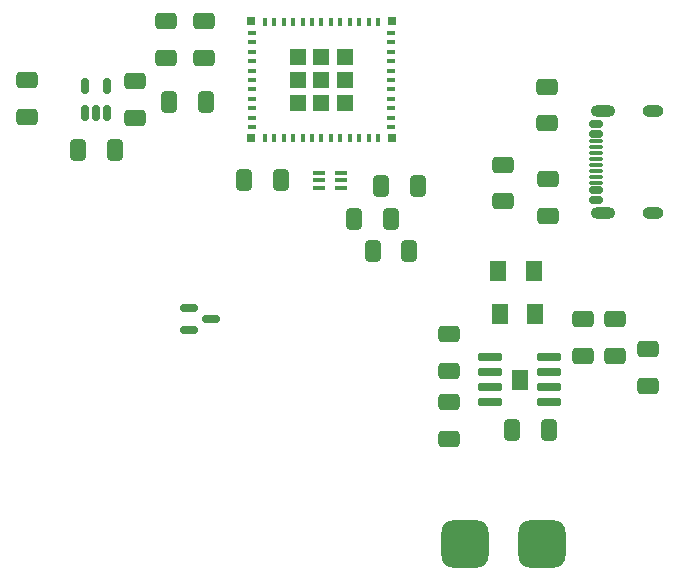
<source format=gtp>
G04 #@! TF.GenerationSoftware,KiCad,Pcbnew,8.0.8*
G04 #@! TF.CreationDate,2025-07-04T19:36:45+02:00*
G04 #@! TF.ProjectId,LaunchControl,4c61756e-6368-4436-9f6e-74726f6c2e6b,rev?*
G04 #@! TF.SameCoordinates,Original*
G04 #@! TF.FileFunction,Paste,Top*
G04 #@! TF.FilePolarity,Positive*
%FSLAX46Y46*%
G04 Gerber Fmt 4.6, Leading zero omitted, Abs format (unit mm)*
G04 Created by KiCad (PCBNEW 8.0.8) date 2025-07-04 19:36:45*
%MOMM*%
%LPD*%
G01*
G04 APERTURE LIST*
G04 Aperture macros list*
%AMRoundRect*
0 Rectangle with rounded corners*
0 $1 Rounding radius*
0 $2 $3 $4 $5 $6 $7 $8 $9 X,Y pos of 4 corners*
0 Add a 4 corners polygon primitive as box body*
4,1,4,$2,$3,$4,$5,$6,$7,$8,$9,$2,$3,0*
0 Add four circle primitives for the rounded corners*
1,1,$1+$1,$2,$3*
1,1,$1+$1,$4,$5*
1,1,$1+$1,$6,$7*
1,1,$1+$1,$8,$9*
0 Add four rect primitives between the rounded corners*
20,1,$1+$1,$2,$3,$4,$5,0*
20,1,$1+$1,$4,$5,$6,$7,0*
20,1,$1+$1,$6,$7,$8,$9,0*
20,1,$1+$1,$8,$9,$2,$3,0*%
G04 Aperture macros list end*
%ADD10C,0.010000*%
%ADD11RoundRect,0.250000X-0.650000X0.412500X-0.650000X-0.412500X0.650000X-0.412500X0.650000X0.412500X0*%
%ADD12RoundRect,0.150000X0.425000X-0.150000X0.425000X0.150000X-0.425000X0.150000X-0.425000X-0.150000X0*%
%ADD13RoundRect,0.075000X0.500000X-0.075000X0.500000X0.075000X-0.500000X0.075000X-0.500000X-0.075000X0*%
%ADD14O,2.100000X1.000000*%
%ADD15O,1.800000X1.000000*%
%ADD16RoundRect,0.075000X-0.910000X-0.225000X0.910000X-0.225000X0.910000X0.225000X-0.910000X0.225000X0*%
%ADD17RoundRect,0.250001X-0.462499X-0.624999X0.462499X-0.624999X0.462499X0.624999X-0.462499X0.624999X0*%
%ADD18RoundRect,0.250000X-0.412500X-0.650000X0.412500X-0.650000X0.412500X0.650000X-0.412500X0.650000X0*%
%ADD19RoundRect,0.150000X-0.587500X-0.150000X0.587500X-0.150000X0.587500X0.150000X-0.587500X0.150000X0*%
%ADD20R,1.000000X0.400000*%
%ADD21RoundRect,0.250000X0.650000X-0.412500X0.650000X0.412500X-0.650000X0.412500X-0.650000X-0.412500X0*%
%ADD22R,0.800000X0.400000*%
%ADD23R,0.400000X0.800000*%
%ADD24R,1.450000X1.450000*%
%ADD25R,0.700000X0.700000*%
%ADD26RoundRect,0.250000X0.412500X0.650000X-0.412500X0.650000X-0.412500X-0.650000X0.412500X-0.650000X0*%
%ADD27RoundRect,1.000000X-1.000000X1.000000X-1.000000X-1.000000X1.000000X-1.000000X1.000000X1.000000X0*%
%ADD28RoundRect,0.150000X0.150000X-0.512500X0.150000X0.512500X-0.150000X0.512500X-0.150000X-0.512500X0*%
G04 APERTURE END LIST*
D10*
G04 #@! TO.C,U2*
X155645000Y-72120000D02*
X154355000Y-72120000D01*
X154355000Y-70480000D01*
X155645000Y-70480000D01*
X155645000Y-72120000D01*
G36*
X155645000Y-72120000D02*
G01*
X154355000Y-72120000D01*
X154355000Y-70480000D01*
X155645000Y-70480000D01*
X155645000Y-72120000D01*
G37*
G04 #@! TD*
D11*
G04 #@! TO.C,R6*
X149025000Y-67495000D03*
X149025000Y-70620000D03*
G04 #@! TD*
D12*
G04 #@! TO.C,J6*
X161520000Y-56100000D03*
X161520000Y-55300000D03*
D13*
X161520001Y-54150000D03*
X161520000Y-53150000D03*
X161520000Y-52650000D03*
X161520001Y-51650000D03*
D12*
X161520000Y-50500000D03*
X161520000Y-49700000D03*
X161520000Y-49700000D03*
X161520000Y-50500000D03*
D13*
X161520000Y-51150000D03*
X161520000Y-52150000D03*
X161520000Y-53650000D03*
X161520000Y-54650000D03*
D12*
X161520000Y-55300000D03*
X161520000Y-56100000D03*
D14*
X162095000Y-57220000D03*
D15*
X166275000Y-57220000D03*
D14*
X162095000Y-48580000D03*
D15*
X166275000Y-48580000D03*
G04 #@! TD*
D11*
G04 #@! TO.C,R3*
X149025000Y-73195000D03*
X149025000Y-76320000D03*
G04 #@! TD*
D16*
G04 #@! TO.C,U2*
X152525000Y-69395000D03*
X152525000Y-70665000D03*
X152525000Y-71935000D03*
X152525000Y-73205000D03*
X157475000Y-73205000D03*
X157475000Y-71935000D03*
X157475000Y-70665000D03*
X157475000Y-69395000D03*
G04 #@! TD*
D11*
G04 #@! TO.C,R13*
X153600000Y-53110000D03*
X153600000Y-56235000D03*
G04 #@! TD*
D17*
G04 #@! TO.C,D2*
X153225000Y-62100000D03*
X156200000Y-62100000D03*
G04 #@! TD*
D18*
G04 #@! TO.C,R11*
X142575000Y-60400000D03*
X145700000Y-60400000D03*
G04 #@! TD*
G04 #@! TO.C,R12*
X140975000Y-57700000D03*
X144100000Y-57700000D03*
G04 #@! TD*
G04 #@! TO.C,R9*
X131675000Y-54400000D03*
X134800000Y-54400000D03*
G04 #@! TD*
D19*
G04 #@! TO.C,Q1*
X127024999Y-65250000D03*
X127024999Y-67150000D03*
X128900000Y-66200000D03*
G04 #@! TD*
D20*
G04 #@! TO.C,IC2*
X139900000Y-55100000D03*
X139899999Y-54450000D03*
X139900000Y-53800000D03*
X138000000Y-53800000D03*
X138000001Y-54450000D03*
X138000000Y-55100000D03*
G04 #@! TD*
D11*
G04 #@! TO.C,C6*
X157405000Y-54310000D03*
X157405000Y-57435000D03*
G04 #@! TD*
D18*
G04 #@! TO.C,C4*
X117675000Y-51900000D03*
X120800000Y-51900000D03*
G04 #@! TD*
D21*
G04 #@! TO.C,R2*
X160400000Y-69325000D03*
X160400000Y-66200000D03*
G04 #@! TD*
D22*
G04 #@! TO.C,IC1*
X132350000Y-41950000D03*
X132350000Y-42750000D03*
X132350000Y-43550000D03*
X132350000Y-44350000D03*
X132350000Y-45150000D03*
X132350000Y-45950000D03*
X132350000Y-46750000D03*
X132350000Y-47550000D03*
X132350000Y-48350000D03*
X132350000Y-49150000D03*
X132350000Y-49950000D03*
D23*
X133450000Y-50850000D03*
X134250000Y-50850000D03*
X135050000Y-50850000D03*
X135850000Y-50850000D03*
X136650000Y-50850000D03*
X137450000Y-50850000D03*
X138250000Y-50850000D03*
X139050000Y-50850000D03*
X139850000Y-50850000D03*
X140650000Y-50850000D03*
X141450000Y-50850000D03*
X142250000Y-50850000D03*
X143050000Y-50850000D03*
D22*
X144150000Y-49950000D03*
X144150000Y-49150000D03*
X144150000Y-48350000D03*
X144150000Y-47550000D03*
X144150000Y-46750000D03*
X144150000Y-45950000D03*
X144150000Y-45150000D03*
X144150000Y-44350000D03*
X144150000Y-43550000D03*
X144150000Y-42750000D03*
X144150000Y-41950000D03*
D23*
X143050000Y-41050000D03*
X142250000Y-41050000D03*
X141450000Y-41050000D03*
X140650000Y-41050000D03*
X139850000Y-41050000D03*
X139050000Y-41050000D03*
X138250000Y-41050000D03*
X137450000Y-41050000D03*
X136650000Y-41050000D03*
X135850000Y-41050000D03*
X135050000Y-41050000D03*
X134250000Y-41050000D03*
X133450000Y-41050000D03*
D24*
X138250000Y-45950000D03*
X140225000Y-43975000D03*
X138250000Y-43975000D03*
X136275000Y-43975000D03*
X136275000Y-45950000D03*
X136275000Y-47925000D03*
X138250000Y-47925000D03*
X140225000Y-47925000D03*
X140225000Y-45950000D03*
D25*
X132300000Y-41000000D03*
X132300000Y-50900000D03*
X144200000Y-50900000D03*
X144200000Y-41000000D03*
G04 #@! TD*
D26*
G04 #@! TO.C,R5*
X128500000Y-47800000D03*
X125375000Y-47800000D03*
G04 #@! TD*
D18*
G04 #@! TO.C,R10*
X143275000Y-54900000D03*
X146400000Y-54900000D03*
G04 #@! TD*
D27*
G04 #@! TO.C,J3*
X150400000Y-85200000D03*
G04 #@! TD*
D21*
G04 #@! TO.C,R4*
X165900000Y-71825000D03*
X165900000Y-68700000D03*
G04 #@! TD*
D11*
G04 #@! TO.C,R1*
X113300000Y-45975000D03*
X113300000Y-49100000D03*
G04 #@! TD*
D26*
G04 #@! TO.C,C1*
X157525000Y-75595000D03*
X154400000Y-75595000D03*
G04 #@! TD*
D21*
G04 #@! TO.C,C2*
X125100000Y-44125000D03*
X125100000Y-41000000D03*
G04 #@! TD*
D27*
G04 #@! TO.C,J4*
X156900000Y-85200000D03*
G04 #@! TD*
D21*
G04 #@! TO.C,R7*
X163100000Y-69325000D03*
X163100000Y-66200000D03*
G04 #@! TD*
G04 #@! TO.C,C3*
X128300000Y-44125000D03*
X128300000Y-41000000D03*
G04 #@! TD*
D11*
G04 #@! TO.C,C5*
X122500000Y-46075000D03*
X122500000Y-49200000D03*
G04 #@! TD*
D28*
G04 #@! TO.C,U1*
X118200002Y-48775000D03*
X119150001Y-48775000D03*
X120100000Y-48775000D03*
X120100000Y-46500000D03*
X118200002Y-46500000D03*
G04 #@! TD*
D21*
G04 #@! TO.C,R14*
X157305000Y-49635000D03*
X157305000Y-46510000D03*
G04 #@! TD*
D17*
G04 #@! TO.C,D1*
X153325000Y-65800000D03*
X156300000Y-65800000D03*
G04 #@! TD*
M02*

</source>
